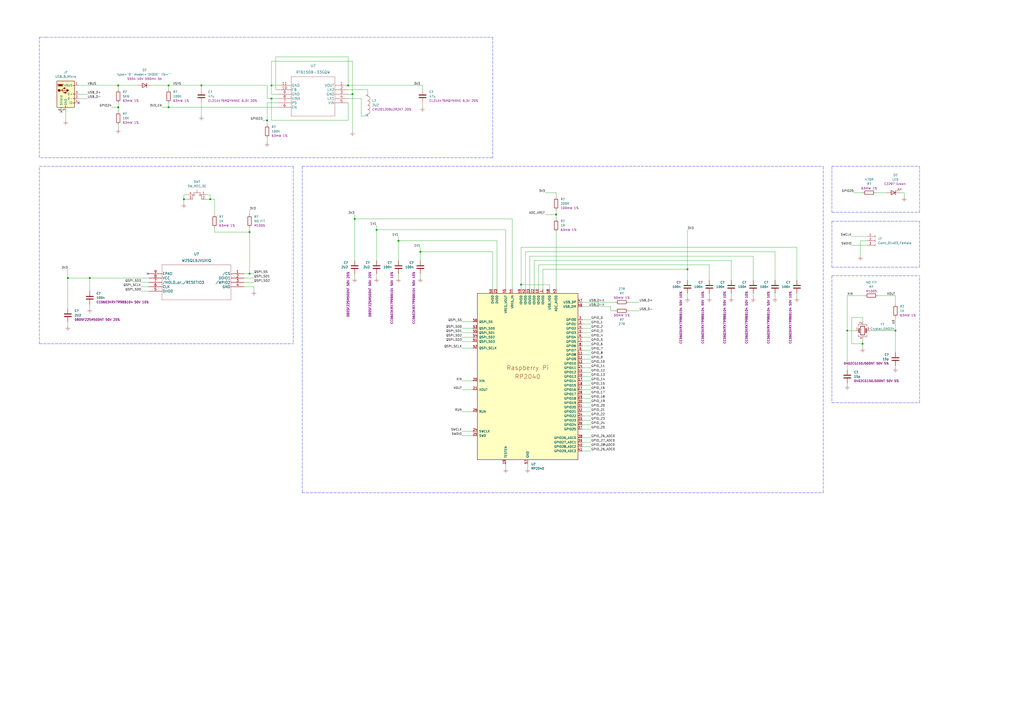
<source format=kicad_sch>
(kicad_sch (version 20211123) (generator eeschema)
  (paper "A2")
  (lib_symbols
    (symbol "Connector:Conn_01x03_Female" (pin_names (offset 1.016) hide)
      (property "Reference" "J" (at 0 5.08 0))
      (property "Value" "Conn_01x03_Female" (at 0 -5.08 0))
      (symbol "Conn_01x03_Female_1_1"
        (arc (start 0 -2.032) (mid -0.508 -2.54) (end 0 -3.048) (stroke (width 0.1524)))
        (polyline (pts (xy -1.27 -2.54) (xy -0.508 -2.54)) (stroke (width 0.1524)))
        (polyline (pts (xy -1.27 0) (xy -0.508 0)) (stroke (width 0.1524)))
        (polyline (pts (xy -1.27 2.54) (xy -0.508 2.54)) (stroke (width 0.1524)))
        (arc (start 0 0.508) (mid -0.508 0) (end 0 -0.508) (stroke (width 0.1524)))
        (arc (start 0 3.048) (mid -0.508 2.54) (end 0 2.032) (stroke (width 0.1524)))
        (pin passive line (at -5.08 2.54 0) (length 3.81) (name "Pin_1") (number "1"))
        (pin passive line (at -5.08 0 0) (length 3.81) (name "Pin_2") (number "2"))
        (pin passive line (at -5.08 -2.54 0) (length 3.81) (name "Pin_3") (number "3"))
      )
    )
    (symbol "Connector:USB_B_Micro" (pin_names (offset 1.016))
      (property "Reference" "J" (at -5.08 11.43 0))
      (property "Value" "USB_B_Micro" (at -5.08 8.89 0))
      (symbol "USB_B_Micro_0_1"
        (rectangle (start -5.08 -7.62) (end 5.08 7.62) (stroke (width 0.254)) (fill (type background)))
        (circle (center -3.81 2.159) (radius 0.635) (stroke (width 0.254)) (fill (type outline)))
        (circle (center -0.635 3.429) (radius 0.381) (stroke (width 0.254)) (fill (type outline)))
        (rectangle (start -0.127 -7.62) (end 0.127 -6.858))
        (polyline (pts (xy -1.905 2.159) (xy 0.635 2.159)) (stroke (width 0.254)))
        (polyline (pts (xy -3.175 2.159) (xy -2.54 2.159) (xy -1.27 3.429) (xy -0.635 3.429)) (stroke (width 0.254)))
        (polyline (pts (xy -2.54 2.159) (xy -1.905 2.159) (xy -1.27 0.889) (xy 0 0.889)) (stroke (width 0.254)))
        (polyline (pts (xy 0.635 2.794) (xy 0.635 1.524) (xy 1.905 2.159) (xy 0.635 2.794)) (stroke (width 0.254)) (fill (type outline)))
        (polyline (pts (xy -4.318 5.588) (xy -1.778 5.588) (xy -2.032 4.826) (xy -4.064 4.826) (xy -4.318 5.588)) (fill (type outline)))
        (polyline (pts (xy -4.699 5.842) (xy -4.699 5.588) (xy -4.445 4.826) (xy -4.445 4.572) (xy -1.651 4.572) (xy -1.651 4.826) (xy -1.397 5.588) (xy -1.397 5.842) (xy -4.699 5.842)))
        (rectangle (start 0.254 1.27) (end -0.508 0.508) (stroke (width 0.254)) (fill (type outline)))
        (rectangle (start 5.08 -5.207) (end 4.318 -4.953))
        (rectangle (start 5.08 -2.667) (end 4.318 -2.413))
        (rectangle (start 5.08 -0.127) (end 4.318 0.127))
        (rectangle (start 5.08 4.953) (end 4.318 5.207))
      )
      (symbol "USB_B_Micro_1_1"
        (pin power_out line (at 7.62 5.08 180) (length 2.54) (name "VBUS") (number "1"))
        (pin bidirectional line (at 7.62 -2.54 180) (length 2.54) (name "D-") (number "2"))
        (pin bidirectional line (at 7.62 0 180) (length 2.54) (name "D+") (number "3"))
        (pin passive line (at 7.62 -5.08 180) (length 2.54) (name "ID") (number "4"))
        (pin power_out line (at 0 -10.16 90) (length 2.54) (name "GND") (number "5"))
        (pin passive line (at -2.54 -10.16 90) (length 2.54) (name "Shield") (number "6"))
      )
    )
    (symbol "Device:C" (pin_numbers hide) (pin_names (offset 0.254))
      (property "Reference" "C" (at 0.635 2.54 0))
      (property "Value" "C" (at 0.635 -2.54 0))
      (symbol "C_0_1"
        (polyline (pts (xy -2.032 -0.762) (xy 2.032 -0.762)) (stroke (width 0.508)))
        (polyline (pts (xy -2.032 0.762) (xy 2.032 0.762)) (stroke (width 0.508)))
      )
      (symbol "C_1_1"
        (pin passive line (at 0 3.81 270) (length 2.794) (name "~") (number "1"))
        (pin passive line (at 0 -3.81 90) (length 2.794) (name "~") (number "2"))
      )
    )
    (symbol "Device:Crystal_GND24" (pin_names (offset 1.016) hide)
      (property "Reference" "Y" (at 3.175 5.08 0))
      (property "Value" "Crystal_GND24" (at 3.175 3.175 0))
      (symbol "Crystal_GND24_0_1"
        (rectangle (start -1.143 2.54) (end 1.143 -2.54) (stroke (width 0.3048)))
        (polyline (pts (xy -2.54 0) (xy -2.032 0)))
        (polyline (pts (xy -2.032 -1.27) (xy -2.032 1.27)) (stroke (width 0.508)))
        (polyline (pts (xy 0 -3.81) (xy 0 -3.556)))
        (polyline (pts (xy 0 3.556) (xy 0 3.81)))
        (polyline (pts (xy 2.032 -1.27) (xy 2.032 1.27)) (stroke (width 0.508)))
        (polyline (pts (xy 2.032 0) (xy 2.54 0)))
        (polyline (pts (xy -2.54 -2.286) (xy -2.54 -3.556) (xy 2.54 -3.556) (xy 2.54 -2.286)))
        (polyline (pts (xy -2.54 2.286) (xy -2.54 3.556) (xy 2.54 3.556) (xy 2.54 2.286)))
      )
      (symbol "Crystal_GND24_1_1"
        (pin passive line (at -3.81 0 0) (length 1.27) (name "1") (number "1"))
        (pin passive line (at 0 5.08 270) (length 1.27) (name "2") (number "2"))
        (pin passive line (at 3.81 0 180) (length 1.27) (name "3") (number "3"))
        (pin passive line (at 0 -5.08 90) (length 1.27) (name "4") (number "4"))
      )
    )
    (symbol "Device:LED" (pin_numbers hide) (pin_names (offset 1.016) hide)
      (property "Reference" "D" (at 0 2.54 0))
      (property "Value" "LED" (at 0 -2.54 0))
      (symbol "LED_0_1"
        (polyline (pts (xy -1.27 -1.27) (xy -1.27 1.27)) (stroke (width 0.254)))
        (polyline (pts (xy -1.27 0) (xy 1.27 0)))
        (polyline (pts (xy 1.27 -1.27) (xy 1.27 1.27) (xy -1.27 0) (xy 1.27 -1.27)) (stroke (width 0.254)))
        (polyline (pts (xy -3.048 -0.762) (xy -4.572 -2.286) (xy -3.81 -2.286) (xy -4.572 -2.286) (xy -4.572 -1.524)))
        (polyline (pts (xy -1.778 -0.762) (xy -3.302 -2.286) (xy -2.54 -2.286) (xy -3.302 -2.286) (xy -3.302 -1.524)))
      )
      (symbol "LED_1_1"
        (pin passive line (at -3.81 0 0) (length 2.54) (name "K") (number "1"))
        (pin passive line (at 3.81 0 180) (length 2.54) (name "A") (number "2"))
      )
    )
    (symbol "Device:R" (pin_numbers hide) (pin_names (offset 0))
      (property "Reference" "R" (at 2.032 0 90))
      (property "Value" "R" (at 0 0 90))
      (symbol "R_0_1"
        (rectangle (start -1.016 -2.54) (end 1.016 2.54) (stroke (width 0.254)))
      )
      (symbol "R_1_1"
        (pin passive line (at 0 3.81 270) (length 1.27) (name "~") (number "1"))
        (pin passive line (at 0 -3.81 90) (length 1.27) (name "~") (number "2"))
      )
    )
    (symbol "RT6150B-33GQW:RT6150B-33GQW" (pin_names (offset 0.254))
      (property "Reference" "U" (at 20.32 10.16 0))
      (property "Value" "RT6150B-33GQW" (at 20.32 7.62 0))
      (symbol "RT6150B-33GQW_1_1"
        (polyline (pts (xy 7.62 -17.78) (xy 33.02 -17.78)) (stroke (width 0.127)))
        (polyline (pts (xy 7.62 5.08) (xy 7.62 -17.78)) (stroke (width 0.127)))
        (polyline (pts (xy 33.02 -17.78) (xy 33.02 5.08)) (stroke (width 0.127)))
        (polyline (pts (xy 33.02 5.08) (xy 7.62 5.08)) (stroke (width 0.127)))
        (pin output line (at 0 0 0) (length 7.62) (name "VOUT") (number "1"))
        (pin input line (at 40.64 -2.54 180) (length 7.62) (name "FB") (number "10"))
        (pin power_in line (at 40.64 0 180) (length 7.62) (name "GND") (number "11"))
        (pin unspecified line (at 0 -2.54 0) (length 7.62) (name "LX2") (number "2"))
        (pin power_in line (at 0 -5.08 0) (length 7.62) (name "GND") (number "3"))
        (pin unspecified line (at 0 -7.62 0) (length 7.62) (name "LX1") (number "4"))
        (pin power_in line (at 0 -10.16 0) (length 7.62) (name "VIN") (number "5"))
        (pin input line (at 40.64 -12.7 180) (length 7.62) (name "EN") (number "6"))
        (pin input line (at 40.64 -10.16 180) (length 7.62) (name "PS") (number "7"))
        (pin input line (at 40.64 -7.62 180) (length 7.62) (name "VINA") (number "8"))
        (pin power_in line (at 40.64 -5.08 180) (length 7.62) (name "GND") (number "9"))
      )
    )
    (symbol "Raspberry Pi Pico:RP2040" (pin_names (offset 1.016))
      (property "Reference" "U" (at -29.21 49.53 0))
      (property "Value" "RP2040" (at 24.13 -49.53 0))
      (symbol "RP2040_0_0"
        (text "Raspberry Pi" (at 0 5.08 0) (effects (font (size 2.54 2.54))))
        (text "RP2040" (at 0 0 0) (effects (font (size 2.54 2.54))))
      )
      (symbol "RP2040_0_1"
        (rectangle (start 29.21 48.26) (end -29.21 -48.26) (stroke (width 0.254)) (fill (type background)))
      )
      (symbol "RP2040_1_1"
        (pin power_in line (at 8.89 50.8 270) (length 2.54) (name "IOVDD") (number "1"))
        (pin power_in line (at 6.35 50.8 270) (length 2.54) (name "IOVDD") (number "10"))
        (pin bidirectional line (at 31.75 12.7 180) (length 2.54) (name "GPIO8") (number "11"))
        (pin bidirectional line (at 31.75 10.16 180) (length 2.54) (name "GPIO9") (number "12"))
        (pin bidirectional line (at 31.75 7.62 180) (length 2.54) (name "GPIO10") (number "13"))
        (pin bidirectional line (at 31.75 5.08 180) (length 2.54) (name "GPIO11") (number "14"))
        (pin bidirectional line (at 31.75 2.54 180) (length 2.54) (name "GPIO12") (number "15"))
        (pin bidirectional line (at 31.75 0 180) (length 2.54) (name "GPIO13") (number "16"))
        (pin bidirectional line (at 31.75 -2.54 180) (length 2.54) (name "GPIO14") (number "17"))
        (pin bidirectional line (at 31.75 -5.08 180) (length 2.54) (name "GPIO15") (number "18"))
        (pin passive line (at -12.7 -50.8 90) (length 2.54) (name "TESTEN") (number "19"))
        (pin bidirectional line (at 31.75 33.02 180) (length 2.54) (name "GPIO0") (number "2"))
        (pin input line (at -31.75 -2.54 0) (length 2.54) (name "XIN") (number "20"))
        (pin passive line (at -31.75 -7.62 0) (length 2.54) (name "XOUT") (number "21"))
        (pin power_in line (at 3.81 50.8 270) (length 2.54) (name "IOVDD") (number "22"))
        (pin power_in line (at -17.78 50.8 270) (length 2.54) (name "DVDD") (number "23"))
        (pin output line (at -31.75 -31.75 0) (length 2.54) (name "SWCLK") (number "24"))
        (pin bidirectional line (at -31.75 -34.29 0) (length 2.54) (name "SWD") (number "25"))
        (pin input line (at -31.75 -20.32 0) (length 2.54) (name "RUN") (number "26"))
        (pin bidirectional line (at 31.75 -7.62 180) (length 2.54) (name "GPIO16") (number "27"))
        (pin bidirectional line (at 31.75 -10.16 180) (length 2.54) (name "GPIO17") (number "28"))
        (pin bidirectional line (at 31.75 -12.7 180) (length 2.54) (name "GPIO18") (number "29"))
        (pin bidirectional line (at 31.75 30.48 180) (length 2.54) (name "GPIO1") (number "3"))
        (pin bidirectional line (at 31.75 -15.24 180) (length 2.54) (name "GPIO19") (number "30"))
        (pin bidirectional line (at 31.75 -17.78 180) (length 2.54) (name "GPIO20") (number "31"))
        (pin bidirectional line (at 31.75 -20.32 180) (length 2.54) (name "GPIO21") (number "32"))
        (pin power_in line (at 1.27 50.8 270) (length 2.54) (name "IOVDD") (number "33"))
        (pin bidirectional line (at 31.75 -22.86 180) (length 2.54) (name "GPIO22") (number "34"))
        (pin bidirectional line (at 31.75 -25.4 180) (length 2.54) (name "GPIO23") (number "35"))
        (pin bidirectional line (at 31.75 -27.94 180) (length 2.54) (name "GPIO24") (number "36"))
        (pin bidirectional line (at 31.75 -30.48 180) (length 2.54) (name "GPIO25") (number "37"))
        (pin bidirectional line (at 31.75 -35.56 180) (length 2.54) (name "GPIO26_ADC0") (number "38"))
        (pin bidirectional line (at 31.75 -38.1 180) (length 2.54) (name "GPIO27_ADC1") (number "39"))
        (pin bidirectional line (at 31.75 27.94 180) (length 2.54) (name "GPIO2") (number "4"))
        (pin bidirectional line (at 31.75 -40.64 180) (length 2.54) (name "GPIO28_ADC2") (number "40"))
        (pin bidirectional line (at 31.75 -43.18 180) (length 2.54) (name "GPIO29_ADC3") (number "41"))
        (pin power_in line (at -1.27 50.8 270) (length 2.54) (name "IOVDD") (number "42"))
        (pin power_in line (at 16.51 50.8 270) (length 2.54) (name "ADC_AVDD") (number "43"))
        (pin power_in line (at -8.89 50.8 270) (length 2.54) (name "VREG_IN") (number "44"))
        (pin power_out line (at -12.7 50.8 270) (length 2.54) (name "VREG_VOUT") (number "45"))
        (pin bidirectional line (at 31.75 40.64 180) (length 2.54) (name "USB_DM") (number "46"))
        (pin bidirectional line (at 31.75 43.18 180) (length 2.54) (name "USB_DP") (number "47"))
        (pin power_in line (at 12.7 50.8 270) (length 2.54) (name "USB_VDD") (number "48"))
        (pin power_in line (at -3.81 50.8 270) (length 2.54) (name "IOVDD") (number "49"))
        (pin bidirectional line (at 31.75 25.4 180) (length 2.54) (name "GPIO3") (number "5"))
        (pin power_in line (at -20.32 50.8 270) (length 2.54) (name "DVDD") (number "50"))
        (pin bidirectional line (at -31.75 20.32 0) (length 2.54) (name "QSPI_SD3") (number "51"))
        (pin output line (at -31.75 16.51 0) (length 2.54) (name "QSPI_SCLK") (number "52"))
        (pin bidirectional line (at -31.75 27.94 0) (length 2.54) (name "QSPI_SD0") (number "53"))
        (pin bidirectional line (at -31.75 22.86 0) (length 2.54) (name "QSPI_SD2") (number "54"))
        (pin bidirectional line (at -31.75 25.4 0) (length 2.54) (name "QSPI_SD1") (number "55"))
        (pin bidirectional line (at -31.75 31.75 0) (length 2.54) (name "QSPI_SS") (number "56"))
        (pin power_in line (at 0 -50.8 90) (length 2.54) (name "GND") (number "57"))
        (pin bidirectional line (at 31.75 22.86 180) (length 2.54) (name "GPIO4") (number "6"))
        (pin bidirectional line (at 31.75 20.32 180) (length 2.54) (name "GPIO5") (number "7"))
        (pin bidirectional line (at 31.75 17.78 180) (length 2.54) (name "GPIO6") (number "8"))
        (pin bidirectional line (at 31.75 15.24 180) (length 2.54) (name "GPIO7") (number "9"))
      )
    )
    (symbol "Simulation_SPICE:DIODE" (pin_numbers hide) (pin_names (offset 1.016) hide)
      (property "Reference" "D" (at 0 2.54 0))
      (property "Value" "DIODE" (at 0 -2.54 0))
      (symbol "DIODE_0_1"
        (polyline (pts (xy 1.27 0) (xy -1.27 0)))
        (polyline (pts (xy 1.27 1.27) (xy 1.27 -1.27)) (stroke (width 0.254)))
        (polyline (pts (xy -1.27 -1.27) (xy -1.27 1.27) (xy 1.27 0) (xy -1.27 -1.27)) (stroke (width 0.254)))
      )
      (symbol "DIODE_1_1"
        (pin passive line (at -3.81 0 0) (length 2.54) (name "A") (number "1"))
        (pin passive line (at 3.81 0 180) (length 2.54) (name "K") (number "2"))
      )
    )
    (symbol "Switch:SW_MEC_5E" (pin_names (offset 1.016) hide)
      (property "Reference" "SW" (at 0.635 5.715 0))
      (property "Value" "SW_MEC_5E" (at 0 -3.175 0))
      (symbol "SW_MEC_5E_0_1"
        (circle (center -1.778 2.54) (radius 0.508))
        (polyline (pts (xy -2.286 3.81) (xy 2.286 3.81)))
        (polyline (pts (xy 0 3.81) (xy 0 5.588)))
        (polyline (pts (xy -2.54 0) (xy -2.54 2.54) (xy -2.286 2.54)))
        (polyline (pts (xy 2.54 0) (xy 2.54 2.54) (xy 2.286 2.54)))
        (circle (center 1.778 2.54) (radius 0.508))
        (pin passive line (at -5.08 2.54 0) (length 2.54) (name "1") (number "1"))
        (pin passive line (at -5.08 0 0) (length 2.54) (name "2") (number "2"))
        (pin passive line (at 5.08 0 180) (length 2.54) (name "K") (number "3"))
        (pin passive line (at 5.08 2.54 180) (length 2.54) (name "A") (number "4"))
      )
    )
    (symbol "power:Earth" (power) (pin_names (offset 0))
      (symbol "Earth_0_1"
        (polyline (pts (xy -0.635 -1.905) (xy 0.635 -1.905)))
        (polyline (pts (xy -0.127 -2.54) (xy 0.127 -2.54)))
        (polyline (pts (xy 0 -1.27) (xy 0 0)))
        (polyline (pts (xy 1.27 -1.27) (xy -1.27 -1.27)))
      )
      (symbol "Earth_1_1"
        (pin power_in line (at 0 0 270) (length 0) hide (name "Earth") (number "1"))
      )
    )
    (symbol "pspice:INDUCTOR" (pin_numbers hide) (pin_names (offset 0))
      (property "Reference" "L" (at 0 2.54 0))
      (property "Value" "INDUCTOR" (at 0 -1.27 0))
      (symbol "INDUCTOR_0_1"
        (arc (start -2.54 0) (mid -3.81 1.27) (end -5.08 0))
        (arc (start 0 0) (mid -1.27 1.27) (end -2.54 0))
        (arc (start 2.54 0) (mid 1.27 1.27) (end 0 0))
        (arc (start 5.08 0) (mid 3.81 1.27) (end 2.54 0))
      )
      (symbol "INDUCTOR_1_1"
        (pin input line (at -6.35 0 0) (length 1.27) (name "1") (number "1"))
        (pin input line (at 6.35 0 180) (length 1.27) (name "2") (number "2"))
      )
    )
    (symbol "w25q16jvuxiq:W25Q16JVUXIQ" (pin_names (offset 0.254))
      (property "Reference" "U" (at 27.305 10.16 0))
      (property "Value" "W25Q16JVUXIQ" (at 27.305 7.62 0))
      (symbol "W25Q16JVUXIQ_1_1"
        (polyline (pts (xy 7.62 -15.24) (xy 47.625 -15.24)) (stroke (width 0.127)))
        (polyline (pts (xy 7.62 5.08) (xy 7.62 -15.24)) (stroke (width 0.127)))
        (polyline (pts (xy 47.625 -15.24) (xy 47.625 5.08)) (stroke (width 0.127)))
        (polyline (pts (xy 47.625 5.08) (xy 7.62 5.08)) (stroke (width 0.127)))
        (pin unspecified line (at 0 0 0) (length 7.62) (name "/CS") (number "1"))
        (pin unspecified line (at 0 -2.54 0) (length 7.62) (name "DOIO1") (number "2"))
        (pin unspecified line (at 0 -5.08 0) (length 7.62) (name "/WPIO2") (number "3"))
        (pin unspecified line (at 0 -7.62 0) (length 7.62) (name "GND") (number "4"))
        (pin unspecified line (at 55.245 -10.16 180) (length 7.62) (name "DIIO0") (number "5"))
        (pin unspecified line (at 55.245 -7.62 180) (length 7.62) (name "CLK") (number "6"))
        (pin unspecified line (at 55.245 -5.08 180) (length 7.62) (name "/HOLD_or_/RESETIO3") (number "7"))
        (pin unspecified line (at 55.245 -2.54 180) (length 7.62) (name "VCC") (number "8"))
        (pin unspecified line (at 55.245 0 180) (length 7.62) (name "EPAD") (number "9"))
      )
    )
  )
  (junction (at 302.26 165.1))
  (junction (at 97.79 49.53))
  (junction (at 144.78 158.75))
  (junction (at 52.07 161.29))
  (junction (at 201.93 49.53))
  (junction (at 68.58 62.23))
  (junction (at 519.43 191.77))
  (junction (at 121.92 115.57))
  (junction (at 205.74 127))
  (junction (at 204.47 54.61))
  (junction (at 39.37 161.29))
  (junction (at 243.84 146.05))
  (junction (at 322.58 124.46))
  (junction (at 398.78 156.21))
  (junction (at 500.38 199.39))
  (junction (at 97.79 62.23))
  (junction (at 231.14 139.7))
  (junction (at 154.94 69.85))
  (junction (at 116.84 49.53))
  (junction (at 157.48 49.53))
  (junction (at 157.48 57.15))
  (junction (at 144.78 134.62))
  (junction (at 491.49 191.77))
  (junction (at 68.58 49.53))
  (junction (at 106.68 115.57))
  (junction (at 218.44 133.35))
  (no_connect (at 35.56 64.77))
  (no_connect (at 85.725 158.75))
  (no_connect (at 45.72 59.69))
  (wire (pts (xy 205.74 127) (xy 297.18 127)))
  (wire (pts (xy 213.36 54.61) (xy 213.36 52.07)))
  (wire (pts (xy 337.82 220.98) (xy 342.9 220.98)))
  (polyline (pts (xy 22.86 199.39) (xy 170.18 199.39)))
  (polyline (pts (xy 285.75 21.59) (xy 285.75 91.44)))
  (wire (pts (xy 106.68 113.03) (xy 106.68 115.57)))
  (wire (pts (xy 267.97 252.73) (xy 274.32 252.73)))
  (wire (pts (xy 147.32 166.37) (xy 141.605 166.37)))
  (wire (pts (xy 205.74 127) (xy 205.74 151.13)))
  (polyline (pts (xy 22.86 96.52) (xy 170.18 96.52)))
  (wire (pts (xy 267.97 238.76) (xy 274.32 238.76)))
  (wire (pts (xy 267.97 193.04) (xy 274.32 193.04)))
  (wire (pts (xy 302.26 143.51) (xy 302.26 165.1)))
  (wire (pts (xy 314.96 167.64) (xy 314.96 156.21)))
  (wire (pts (xy 52.07 161.29) (xy 86.36 161.29)))
  (wire (pts (xy 337.82 190.5) (xy 342.9 190.5)))
  (wire (pts (xy 121.92 115.57) (xy 119.38 115.57)))
  (wire (pts (xy 337.82 185.42) (xy 342.9 185.42)))
  (wire (pts (xy 267.97 201.93) (xy 274.32 201.93)))
  (wire (pts (xy 309.88 151.13) (xy 309.88 167.64)))
  (wire (pts (xy 218.44 133.35) (xy 293.37 133.35)))
  (wire (pts (xy 161.29 54.61) (xy 157.48 54.61)))
  (polyline (pts (xy 175.26 96.52) (xy 477.52 96.52)))
  (wire (pts (xy 411.48 153.67) (xy 411.48 162.56)))
  (wire (pts (xy 337.82 238.76) (xy 342.9 238.76)))
  (wire (pts (xy 141.605 161.29) (xy 147.32 161.29)))
  (wire (pts (xy 141.605 163.83) (xy 147.32 163.83)))
  (polyline (pts (xy 22.86 21.59) (xy 26.67 21.59)))
  (wire (pts (xy 68.58 52.07) (xy 68.58 49.53)))
  (polyline (pts (xy 482.6 154.94) (xy 533.4 154.94)))
  (wire (pts (xy 231.14 139.7) (xy 231.14 151.13)))
  (wire (pts (xy 157.48 57.15) (xy 154.94 57.15)))
  (wire (pts (xy 312.42 153.67) (xy 411.48 153.67)))
  (wire (pts (xy 337.82 228.6) (xy 342.9 228.6)))
  (wire (pts (xy 68.58 59.69) (xy 68.58 62.23)))
  (wire (pts (xy 154.94 69.85) (xy 154.94 59.69)))
  (wire (pts (xy 121.92 113.03) (xy 121.92 115.57)))
  (wire (pts (xy 500.38 184.15) (xy 494.03 184.15)))
  (wire (pts (xy 68.58 62.23) (xy 68.58 64.77)))
  (wire (pts (xy 322.58 124.46) (xy 322.58 127)))
  (wire (pts (xy 500.38 186.69) (xy 500.38 184.15)))
  (wire (pts (xy 160.02 33.02) (xy 160.02 52.07)))
  (wire (pts (xy 201.93 33.02) (xy 201.93 49.53)))
  (wire (pts (xy 231.14 161.29) (xy 231.14 158.75)))
  (wire (pts (xy 201.93 49.53) (xy 245.11 49.53)))
  (wire (pts (xy 116.84 59.69) (xy 116.84 67.31)))
  (wire (pts (xy 500.38 201.93) (xy 500.38 199.39)))
  (wire (pts (xy 302.26 165.1) (xy 318.77 165.1)))
  (wire (pts (xy 491.49 223.52) (xy 491.49 222.25)))
  (wire (pts (xy 157.48 69.85) (xy 201.93 69.85)))
  (wire (pts (xy 449.58 146.05) (xy 304.8 146.05)))
  (wire (pts (xy 201.93 54.61) (xy 204.47 54.61)))
  (wire (pts (xy 364.49 180.34) (xy 370.84 180.34)))
  (wire (pts (xy 307.34 167.64) (xy 307.34 148.59)))
  (wire (pts (xy 209.55 67.31) (xy 213.36 67.31)))
  (wire (pts (xy 157.48 35.56) (xy 204.47 35.56)))
  (wire (pts (xy 424.18 151.13) (xy 309.88 151.13)))
  (polyline (pts (xy 482.6 160.02) (xy 482.6 233.68)))
  (wire (pts (xy 81.915 168.91) (xy 86.36 168.91)))
  (wire (pts (xy 307.34 148.59) (xy 436.88 148.59)))
  (polyline (pts (xy 533.4 154.94) (xy 533.4 128.27)))
  (wire (pts (xy 496.57 191.77) (xy 491.49 191.77)))
  (wire (pts (xy 147.32 168.91) (xy 147.32 166.37)))
  (wire (pts (xy 337.82 233.68) (xy 342.9 233.68)))
  (wire (pts (xy 267.97 220.98) (xy 274.32 220.98)))
  (polyline (pts (xy 482.6 128.27) (xy 482.6 154.94)))
  (wire (pts (xy 45.72 49.53) (xy 68.58 49.53)))
  (wire (pts (xy 218.44 133.35) (xy 218.44 151.13)))
  (wire (pts (xy 337.82 246.38) (xy 342.9 246.38)))
  (wire (pts (xy 285.75 146.05) (xy 243.84 146.05)))
  (wire (pts (xy 205.74 158.75) (xy 205.74 161.29)))
  (wire (pts (xy 354.33 177.8) (xy 354.33 180.34)))
  (wire (pts (xy 499.11 139.7) (xy 502.92 139.7)))
  (wire (pts (xy 154.94 49.53) (xy 154.94 57.15)))
  (polyline (pts (xy 477.52 285.75) (xy 477.52 96.52)))
  (wire (pts (xy 524.51 111.76) (xy 521.97 111.76)))
  (wire (pts (xy 93.98 62.23) (xy 97.79 62.23)))
  (wire (pts (xy 231.14 139.7) (xy 288.29 139.7)))
  (wire (pts (xy 337.82 226.06) (xy 342.9 226.06)))
  (wire (pts (xy 337.82 203.2) (xy 342.9 203.2)))
  (polyline (pts (xy 170.18 96.52) (xy 170.18 199.39)))
  (wire (pts (xy 97.79 62.23) (xy 97.79 59.69)))
  (polyline (pts (xy 22.86 91.44) (xy 22.86 21.59)))
  (wire (pts (xy 68.58 49.53) (xy 80.01 49.53)))
  (wire (pts (xy 491.49 171.45) (xy 501.65 171.45)))
  (wire (pts (xy 316.23 124.46) (xy 322.58 124.46)))
  (wire (pts (xy 81.915 166.37) (xy 86.36 166.37)))
  (wire (pts (xy 39.37 186.69) (xy 39.37 189.23)))
  (wire (pts (xy 124.46 134.62) (xy 124.46 132.08)))
  (wire (pts (xy 39.37 161.29) (xy 52.07 161.29)))
  (wire (pts (xy 68.58 62.23) (xy 64.77 62.23)))
  (polyline (pts (xy 22.86 199.39) (xy 22.86 96.52)))
  (wire (pts (xy 144.78 134.62) (xy 124.46 134.62)))
  (wire (pts (xy 154.94 59.69) (xy 161.29 59.69)))
  (wire (pts (xy 154.94 80.01) (xy 154.94 82.55)))
  (polyline (pts (xy 482.6 160.02) (xy 533.4 160.02)))
  (wire (pts (xy 144.78 134.62) (xy 144.78 158.75)))
  (wire (pts (xy 462.28 172.72) (xy 462.28 170.18)))
  (wire (pts (xy 354.33 180.34) (xy 356.87 180.34)))
  (wire (pts (xy 337.82 213.36) (xy 342.9 213.36)))
  (wire (pts (xy 524.51 114.3) (xy 524.51 111.76)))
  (wire (pts (xy 424.18 162.56) (xy 424.18 151.13)))
  (wire (pts (xy 243.84 143.51) (xy 243.84 146.05)))
  (polyline (pts (xy 175.26 285.75) (xy 477.52 285.75)))
  (wire (pts (xy 494.03 137.16) (xy 502.92 137.16)))
  (wire (pts (xy 312.42 167.64) (xy 312.42 153.67)))
  (wire (pts (xy 218.44 130.81) (xy 218.44 133.35)))
  (wire (pts (xy 116.84 49.53) (xy 116.84 52.07)))
  (wire (pts (xy 157.48 49.53) (xy 161.29 49.53)))
  (wire (pts (xy 213.36 52.07) (xy 201.93 52.07)))
  (wire (pts (xy 337.82 261.62) (xy 342.9 261.62)))
  (wire (pts (xy 154.94 69.85) (xy 154.94 72.39)))
  (wire (pts (xy 499.11 139.7) (xy 499.11 148.59)))
  (wire (pts (xy 337.82 215.9) (xy 342.9 215.9)))
  (wire (pts (xy 337.82 236.22) (xy 342.9 236.22)))
  (wire (pts (xy 144.78 121.92) (xy 144.78 124.46)))
  (wire (pts (xy 398.78 172.72) (xy 398.78 170.18)))
  (polyline (pts (xy 482.6 233.68) (xy 533.4 233.68)))
  (wire (pts (xy 45.72 57.15) (xy 50.8 57.15)))
  (wire (pts (xy 314.96 156.21) (xy 398.78 156.21)))
  (wire (pts (xy 337.82 195.58) (xy 342.9 195.58)))
  (wire (pts (xy 519.43 213.36) (xy 519.43 212.09)))
  (wire (pts (xy 337.82 243.84) (xy 342.9 243.84)))
  (wire (pts (xy 124.46 115.57) (xy 121.92 115.57)))
  (wire (pts (xy 68.58 72.39) (xy 68.58 74.93)))
  (wire (pts (xy 519.43 191.77) (xy 519.43 184.15)))
  (wire (pts (xy 500.38 196.85) (xy 500.38 199.39)))
  (wire (pts (xy 337.82 241.3) (xy 342.9 241.3)))
  (wire (pts (xy 504.19 191.77) (xy 519.43 191.77)))
  (wire (pts (xy 106.68 115.57) (xy 109.22 115.57)))
  (wire (pts (xy 38.1 64.77) (xy 38.1 69.85)))
  (wire (pts (xy 337.82 193.04) (xy 342.9 193.04)))
  (wire (pts (xy 119.38 113.03) (xy 121.92 113.03)))
  (wire (pts (xy 288.29 139.7) (xy 288.29 167.64)))
  (polyline (pts (xy 533.4 123.19) (xy 533.4 96.52)))
  (polyline (pts (xy 175.26 96.52) (xy 175.26 285.75)))
  (wire (pts (xy 144.78 132.08) (xy 144.78 134.62)))
  (wire (pts (xy 519.43 176.53) (xy 519.43 171.45)))
  (wire (pts (xy 39.37 156.21) (xy 39.37 161.29)))
  (wire (pts (xy 337.82 205.74) (xy 342.9 205.74)))
  (wire (pts (xy 337.82 187.96) (xy 342.9 187.96)))
  (wire (pts (xy 160.02 33.02) (xy 201.93 33.02)))
  (polyline (pts (xy 26.67 21.59) (xy 285.75 21.59)))
  (wire (pts (xy 337.82 177.8) (xy 354.33 177.8)))
  (wire (pts (xy 205.74 124.46) (xy 205.74 127)))
  (wire (pts (xy 267.97 190.5) (xy 274.32 190.5)))
  (wire (pts (xy 322.58 111.76) (xy 322.58 114.3)))
  (wire (pts (xy 267.97 186.69) (xy 274.32 186.69)))
  (wire (pts (xy 519.43 171.45) (xy 509.27 171.45)))
  (wire (pts (xy 436.88 148.59) (xy 436.88 162.56)))
  (polyline (pts (xy 482.6 123.19) (xy 533.4 123.19)))
  (wire (pts (xy 318.77 165.1) (xy 318.77 167.64)))
  (wire (pts (xy 144.78 158.75) (xy 147.32 158.75)))
  (wire (pts (xy 201.93 69.85) (xy 201.93 59.69)))
  (wire (pts (xy 449.58 162.56) (xy 449.58 146.05)))
  (wire (pts (xy 398.78 133.35) (xy 398.78 156.21)))
  (wire (pts (xy 52.07 161.29) (xy 52.07 168.91)))
  (wire (pts (xy 302.26 167.64) (xy 302.26 165.1)))
  (wire (pts (xy 85.725 158.75) (xy 86.36 158.75)))
  (wire (pts (xy 231.14 137.16) (xy 231.14 139.7)))
  (wire (pts (xy 491.49 191.77) (xy 491.49 214.63)))
  (wire (pts (xy 337.82 256.54) (xy 342.9 256.54)))
  (wire (pts (xy 106.68 118.11) (xy 106.68 115.57)))
  (wire (pts (xy 494.03 142.24) (xy 502.92 142.24)))
  (wire (pts (xy 81.915 163.83) (xy 86.36 163.83)))
  (wire (pts (xy 285.75 167.64) (xy 285.75 146.05)))
  (wire (pts (xy 209.55 57.15) (xy 209.55 67.31)))
  (wire (pts (xy 141.605 158.75) (xy 144.78 158.75)))
  (wire (pts (xy 436.88 172.72) (xy 436.88 170.18)))
  (wire (pts (xy 491.49 191.77) (xy 491.49 171.45)))
  (wire (pts (xy 160.02 52.07) (xy 161.29 52.07)))
  (wire (pts (xy 462.28 162.56) (xy 462.28 143.51)))
  (wire (pts (xy 243.84 161.29) (xy 243.84 158.75)))
  (wire (pts (xy 449.58 172.72) (xy 449.58 170.18)))
  (wire (pts (xy 201.93 57.15) (xy 209.55 57.15)))
  (wire (pts (xy 267.97 198.12) (xy 274.32 198.12)))
  (polyline (pts (xy 482.6 96.52) (xy 482.6 123.19)))
  (wire (pts (xy 337.82 231.14) (xy 342.9 231.14)))
  (wire (pts (xy 337.82 175.26) (xy 356.87 175.26)))
  (wire (pts (xy 267.97 195.58) (xy 274.32 195.58)))
  (wire (pts (xy 161.29 57.15) (xy 157.48 57.15)))
  (wire (pts (xy 494.03 184.15) (xy 494.03 199.39)))
  (wire (pts (xy 109.22 113.03) (xy 106.68 113.03)))
  (wire (pts (xy 364.49 175.26) (xy 370.84 175.26)))
  (wire (pts (xy 267.97 226.06) (xy 274.32 226.06)))
  (wire (pts (xy 152.4 69.85) (xy 154.94 69.85)))
  (wire (pts (xy 337.82 223.52) (xy 342.9 223.52)))
  (wire (pts (xy 337.82 259.08) (xy 342.9 259.08)))
  (wire (pts (xy 97.79 52.07) (xy 97.79 49.53)))
  (wire (pts (xy 97.79 62.23) (xy 161.29 62.23)))
  (wire (pts (xy 116.84 49.53) (xy 154.94 49.53)))
  (wire (pts (xy 462.28 143.51) (xy 302.26 143.51)))
  (polyline (pts (xy 482.6 96.52) (xy 533.4 96.52)))
  (wire (pts (xy 494.03 199.39) (xy 500.38 199.39)))
  (wire (pts (xy 304.8 146.05) (xy 304.8 167.64)))
  (wire (pts (xy 45.72 54.61) (xy 50.8 54.61)))
  (wire (pts (xy 39.37 179.07) (xy 39.37 161.29)))
  (wire (pts (xy 337.82 198.12) (xy 342.9 198.12)))
  (polyline (pts (xy 285.75 91.44) (xy 22.86 91.44)))
  (wire (pts (xy 204.47 54.61) (xy 204.47 76.2)))
  (wire (pts (xy 97.79 49.53) (xy 116.84 49.53)))
  (polyline (pts (xy 533.4 233.68) (xy 533.4 160.02)))
  (wire (pts (xy 337.82 218.44) (xy 342.9 218.44)))
  (polyline (pts (xy 482.6 128.27) (xy 533.4 128.27)))
  (wire (pts (xy 52.07 176.53) (xy 52.07 179.07)))
  (wire (pts (xy 411.48 172.72) (xy 411.48 170.18)))
  (wire (pts (xy 267.97 250.19) (xy 274.32 250.19)))
  (wire (pts (xy 306.07 271.78) (xy 306.07 269.24)))
  (wire (pts (xy 297.18 127) (xy 297.18 167.64)))
  (wire (pts (xy 495.3 111.76) (xy 500.38 111.76)))
  (wire (pts (xy 243.84 146.05) (xy 243.84 151.13)))
  (wire (pts (xy 337.82 254) (xy 342.9 254)))
  (wire (pts (xy 245.11 49.53) (xy 245.11 52.07)))
  (wire (pts (xy 218.44 158.75) (xy 218.44 161.29)))
  (wire (pts (xy 322.58 121.92) (xy 322.58 124.46)))
  (wire (pts (xy 337.82 210.82) (xy 342.9 210.82)))
  (wire (pts (xy 293.37 133.35) (xy 293.37 167.64)))
  (wire (pts (xy 508 111.76) (xy 514.35 111.76)))
  (wire (pts (xy 124.46 124.46) (xy 124.46 115.57)))
  (wire (pts (xy 398.78 156.21) (xy 398.78 162.56)))
  (wire (pts (xy 337.82 200.66) (xy 342.9 200.66)))
  (wire (pts (xy 97.79 49.53) (xy 87.63 49.53)))
  (wire (pts (xy 204.47 35.56) (xy 204.47 54.61)))
  (wire (pts (xy 245.11 59.69) (xy 245.11 62.23)))
  (wire (pts (xy 293.37 271.78) (xy 293.37 269.24)))
  (wire (pts (xy 316.23 111.76) (xy 322.58 111.76)))
  (wire (pts (xy 424.18 172.72) (xy 424.18 170.18)))
  (wire (pts (xy 157.48 49.53) (xy 157.48 54.61)))
  (wire (pts (xy 157.48 35.56) (xy 157.48 49.53)))
  (wire (pts (xy 519.43 204.47) (xy 519.43 191.77)))
  (wire (pts (xy 337.82 248.92) (xy 342.9 248.92)))
  (wire (pts (xy 322.58 134.62) (xy 322.58 167.64)))
  (wire (pts (xy 337.82 208.28) (xy 342.9 208.28)))
  (wire (pts (xy 157.48 57.15) (xy 157.48 69.85)))
  (label "3V3_EN" (at 93.98 62.23 180))
  (label "GPIO_12" (at 342.9 215.9 0))
  (label "GPIO_26_ADC0" (at 342.9 261.62 0))
  (label "3V3" (at 316.23 111.76 180))
  (label "XOUT" (at 267.97 226.06 180))
  (label "QSPI_SS" (at 147.32 158.75 0))
  (label "GPIO_3" (at 342.9 193.04 0))
  (label "GPIO_0" (at 342.9 185.42 0))
  (label "SWCLK" (at 267.97 250.19 180))
  (label "1V1" (at 218.44 130.81 180))
  (label "QSPI_SD1" (at 267.97 193.04 180))
  (label "GPIO_8" (at 342.9 205.74 0))
  (label "GPIO_19" (at 342.9 233.68 0))
  (label "GPIO_24" (at 342.9 246.38 0))
  (label "GPIO_10" (at 342.9 210.82 0))
  (label "QSPI_SD0" (at 81.915 168.91 180))
  (label "GPIO_25" (at 342.9 248.92 0))
  (label "GPIO_14" (at 342.9 220.98 0))
  (label "GPIO_7" (at 342.9 203.2 0))
  (label "GPIO_6" (at 342.9 200.66 0))
  (label "GPIO_11" (at 342.9 213.36 0))
  (label "GPIO_23" (at 342.9 243.84 0))
  (label "GPIO_22" (at 342.9 241.3 0))
  (label "3V3" (at 398.78 133.35 0))
  (label "USB_D-" (at 370.84 180.34 0))
  (label "SWDIO" (at 267.97 252.73 180))
  (label "GPIO_27_ADC0" (at 342.9 256.54 0))
  (label "GPIO_17" (at 342.9 228.6 0))
  (label "GPIO_5" (at 342.9 198.12 0))
  (label "GPIO_18" (at 342.9 231.14 0))
  (label "SWDIO" (at 494.03 142.24 180))
  (label "3V3" (at 205.74 124.46 180))
  (label "XR" (at 519.43 185.42 270))
  (label "GPIO_9" (at 342.9 208.28 0))
  (label "GPIO23" (at 152.4 69.85 180))
  (label "GPIO_26_ADC0" (at 342.9 254 0))
  (label "ADC_VREF" (at 316.23 124.46 180))
  (label "USB_D+X" (at 341.63 175.26 0))
  (label "GPIO_28\\ADC0" (at 342.9 259.08 0))
  (label "1V1" (at 243.84 143.51 180))
  (label "3V3" (at 39.37 156.21 180))
  (label "GPIO_20" (at 342.9 236.22 0))
  (label "GPIO_4" (at 342.9 195.58 0))
  (label "USB_D-" (at 50.8 57.15 0))
  (label "VSYS" (at 100.33 49.53 0))
  (label "USB_D+" (at 50.8 54.61 0))
  (label "XOUT" (at 519.43 171.45 180))
  (label "QSPI_SD3" (at 267.97 198.12 180))
  (label "GPIO25" (at 495.3 111.76 180))
  (label "QSPI_SD3" (at 81.915 163.83 180))
  (label "QSPI_SCLK" (at 267.97 201.93 180))
  (label "QSPI_SS" (at 267.97 186.69 180))
  (label "XIN" (at 491.49 171.45 0))
  (label "3V3" (at 144.78 121.92 0))
  (label "RUN" (at 267.97 238.76 180))
  (label "GPIO_2" (at 342.9 190.5 0))
  (label "XIN" (at 267.97 220.98 180))
  (label "QSPI_SD1" (at 147.32 161.29 0))
  (label "VBUS" (at 50.8 49.53 0))
  (label "GPIO24" (at 64.77 62.23 180))
  (label "GPIO_1" (at 342.9 187.96 0))
  (label "GPIO_15" (at 342.9 223.52 0))
  (label "USB_D+" (at 370.84 175.26 0))
  (label "QSPI_SCLK" (at 81.915 166.37 180))
  (label "USB_D-X" (at 341.63 177.8 0))
  (label "3V3" (at 240.03 49.53 0))
  (label "SWCLK" (at 494.03 137.16 180))
  (label "GPIO_16" (at 342.9 226.06 0))
  (label "QSPI_SD2" (at 267.97 195.58 180))
  (label "GPIO_21" (at 342.9 238.76 0))
  (label "1V1" (at 231.14 137.16 180))
  (label "QSPI_SD2" (at 147.32 163.83 0))
  (label "QSPI_SD0" (at 267.97 190.5 180))
  (label "GPIO_13" (at 342.9 218.44 0))
  (symbol (lib_id "RT6150B-33GQW:RT6150B-33GQW") (at 201.93 49.53 0) (mirror y) (unit 1)
    (property "Reference" "U?" (at 181.61 38.1 0) (effects (font (size 1.524 1.524))))
    (property "Value" "RT6150B-33GQW" (at 181.61 41.91 0) (effects (font (size 1.524 1.524))))
    (property "Footprint" "10-WFDFN-EP_RIT" (effects hide))
  )
  (symbol (lib_id "Device:LED") (at 518.16 111.76 180) (unit 1)
    (property "Reference" "D?" (at 519.43 101.6 0))
    (property "Value" "LED" (at 519.43 104.14 0))
    (property "Info" "C2297 Green" (at 519.1125 106.68 0))
  )
  (symbol (lib_id "Device:C") (at 436.88 166.37 0) (unit 1)
    (property "Reference" "C?" (at 433.07 163.83 0) (effects (justify right)))
    (property "Value" "100n" (at 433.07 166.37 0) (effects (justify right)))
    (property "Info" "CC0603KRX7R9BB104 50V 10%" (at 433.07 168.91 90) (effects (justify right)))
  )
  (symbol (lib_id "Simulation_SPICE:DIODE") (at 83.82 49.53 0) (unit 1)
    (property "Reference" "D?" (at 83.82 40.64 0))
    (property "Value" "DIODE" (at 83.82 43.18 0))
    (property "Spice_Netlist_Enabled" "Y" (effects hide))
    (property "Spice_Primitive" "D" (effects hide))
    (property "Info" "SS54 40V 550mV 5A" (at 83.82 45.72 0))
  )
  (symbol (lib_id "power:Earth") (at 293.37 271.78 0) (unit 1)
    (property "Reference" "#PWR?" (effects hide))
    (property "Value" "Earth" (effects hide))
  )
  (symbol (lib_id "Device:C") (at 398.78 166.37 0) (unit 1)
    (property "Reference" "C?" (at 394.97 163.83 0) (effects (justify right)))
    (property "Value" "100n" (at 394.97 166.37 0) (effects (justify right)))
    (property "Info" "CC0603KRX7R9BB104 50V 10%" (at 394.97 168.91 90) (effects (justify right)))
  )
  (symbol (lib_id "Device:R") (at 68.58 55.88 0) (unit 1)
    (property "Reference" "R?" (at 71.12 53.34 0) (effects (justify left)))
    (property "Value" "5K6" (at 71.12 55.88 0) (effects (justify left)))
    (property "Info" "63mW 1%" (at 71.12 58.4201 0) (effects (justify left)))
  )
  (symbol (lib_id "power:Earth") (at 499.11 148.59 0) (unit 1)
    (property "Reference" "#PWR?" (effects hide))
    (property "Value" "Earth" (effects hide))
  )
  (symbol (lib_id "Device:C") (at 231.14 154.94 0) (unit 1)
    (property "Reference" "C?" (at 227.33 152.4 0) (effects (justify right)))
    (property "Value" "100n" (at 227.33 154.94 0) (effects (justify right)))
    (property "Info" "CC0603KRX7R9BB104 50V 10%" (at 227.33 157.48 90) (effects (justify right)))
  )
  (symbol (lib_id "Device:C") (at 39.37 182.88 0) (unit 1)
    (property "Reference" "C?" (at 43.18 180.3399 0) (effects (justify left)))
    (property "Value" "2U2" (at 43.18 182.8799 0) (effects (justify left)))
    (property "Info" "0805F225M500NT 50V 20%" (at 43.18 185.4199 0) (effects (justify left)))
  )
  (symbol (lib_id "Device:R") (at 97.79 55.88 0) (unit 1)
    (property "Reference" "R?" (at 100.33 53.34 0) (effects (justify left)))
    (property "Value" "100K" (at 100.33 55.88 0) (effects (justify left)))
    (property "Info" "63mW 1%" (at 100.33 58.4201 0) (effects (justify left)))
  )
  (symbol (lib_id "Connector:Conn_01x03_Female") (at 508 139.7 0) (unit 1)
    (property "Reference" "J?" (at 509.27 138.4299 0) (effects (justify left)))
    (property "Value" "Conn_01x03_Female" (at 509.27 140.9699 0) (effects (justify left)))
  )
  (symbol (lib_id "Device:R") (at 519.43 180.34 0) (unit 1)
    (property "Reference" "R?" (at 521.97 177.8 0) (effects (justify left)))
    (property "Value" "1K" (at 521.97 180.34 0) (effects (justify left)))
    (property "Info" "63mW 1%" (at 521.97 182.8801 0) (effects (justify left)))
  )
  (symbol (lib_id "Device:C") (at 424.18 166.37 0) (unit 1)
    (property "Reference" "C?" (at 420.37 163.83 0) (effects (justify right)))
    (property "Value" "100n" (at 420.37 166.37 0) (effects (justify right)))
    (property "Info" "CC0603KRX7R9BB104 50V 10%" (at 420.37 168.91 90) (effects (justify right)))
  )
  (symbol (lib_id "Device:C") (at 411.48 166.37 0) (unit 1)
    (property "Reference" "C?" (at 407.67 163.83 0) (effects (justify right)))
    (property "Value" "100n" (at 407.67 166.37 0) (effects (justify right)))
    (property "Info" "CC0603KRX7R9BB104 50V 10%" (at 407.67 168.91 90) (effects (justify right)))
  )
  (symbol (lib_id "power:Earth") (at 231.14 161.29 0) (unit 1)
    (property "Reference" "#PWR?" (effects hide))
    (property "Value" "Earth" (effects hide))
  )
  (symbol (lib_id "Switch:SW_MEC_5E") (at 114.3 115.57 0) (mirror y) (unit 1)
    (property "Reference" "SW?" (at 114.3 105.41 0))
    (property "Value" "SW_MEC_5E" (at 114.3 107.95 0))
    (property "Datasheet" "http://www.apem.com/int/index.php?controller=attachment&id_attachment=1371" (effects hide))
  )
  (symbol (lib_id "power:Earth") (at 519.43 213.36 0) (unit 1)
    (property "Reference" "#PWR?" (effects hide))
    (property "Value" "Earth" (effects hide))
  )
  (symbol (lib_id "power:Earth") (at 245.11 62.23 0) (unit 1)
    (property "Reference" "#PWR?" (effects hide))
    (property "Value" "Earth" (effects hide))
  )
  (symbol (lib_id "power:Earth") (at 491.49 223.52 0) (unit 1)
    (property "Reference" "#PWR?" (effects hide))
    (property "Value" "Earth" (effects hide))
  )
  (symbol (lib_id "Device:C") (at 243.84 154.94 0) (unit 1)
    (property "Reference" "C?" (at 240.03 152.4 0) (effects (justify right)))
    (property "Value" "100n" (at 240.03 154.94 0) (effects (justify right)))
    (property "Info" "CC0603KRX7R9BB104 50V 10%" (at 240.03 157.48 90) (effects (justify right)))
  )
  (symbol (lib_id "power:Earth") (at 154.94 82.55 0) (unit 1)
    (property "Reference" "#PWR?" (effects hide))
    (property "Value" "Earth" (effects hide))
  )
  (symbol (lib_id "power:Earth") (at 52.07 179.07 0) (unit 1)
    (property "Reference" "#PWR?" (effects hide))
    (property "Value" "Earth" (effects hide))
  )
  (symbol (lib_id "Device:R") (at 154.94 76.2 0) (unit 1)
    (property "Reference" "R?" (at 157.48 73.66 0) (effects (justify left)))
    (property "Value" "100K" (at 157.48 76.2 0) (effects (justify left)))
    (property "Info" "63mW 1%" (at 157.48 78.7401 0) (effects (justify left)))
  )
  (symbol (lib_id "Device:R") (at 504.19 111.76 90) (unit 1)
    (property "Reference" "R?" (at 504.19 106.6801 90))
    (property "Value" "470R" (at 504.19 104.1401 90))
    (property "Info" "63mW 1%" (at 504.19 109.22 90))
  )
  (symbol (lib_id "power:Earth") (at 218.44 161.29 0) (unit 1)
    (property "Reference" "#PWR?" (effects hide))
    (property "Value" "Earth" (effects hide))
  )
  (symbol (lib_id "power:Earth") (at 147.32 168.91 0) (unit 1)
    (property "Reference" "#PWR?" (effects hide))
    (property "Value" "Earth" (effects hide))
  )
  (symbol (lib_id "power:Earth") (at 38.1 69.85 0) (unit 1)
    (property "Reference" "#PWR?" (effects hide))
    (property "Value" "Earth" (effects hide))
  )
  (symbol (lib_id "Connector:USB_B_Micro") (at 38.1 54.61 0) (unit 1)
    (property "Reference" "J?" (at 38.1 41.91 0))
    (property "Value" "USB_B_Micro" (at 38.1 44.45 0))
  )
  (symbol (lib_id "Device:R") (at 505.46 171.45 90) (unit 1)
    (property "Reference" "R?" (at 505.46 166.3701 90))
    (property "Value" "NO FIT" (at 505.46 163.8301 90))
    (property "Info" "M1005" (at 505.46 168.91 90))
  )
  (symbol (lib_id "power:Earth") (at 205.74 161.29 0) (unit 1)
    (property "Reference" "#PWR?" (effects hide))
    (property "Value" "Earth" (effects hide))
  )
  (symbol (lib_id "power:Earth") (at 411.48 172.72 0) (unit 1)
    (property "Reference" "#PWR?" (effects hide))
    (property "Value" "Earth" (effects hide))
  )
  (symbol (lib_id "power:Earth") (at 204.47 76.2 0) (unit 1)
    (property "Reference" "#PWR?" (effects hide))
    (property "Value" "Earth" (effects hide))
  )
  (symbol (lib_id "power:Earth") (at 243.84 161.29 0) (unit 1)
    (property "Reference" "#PWR?" (effects hide))
    (property "Value" "Earth" (effects hide))
  )
  (symbol (lib_id "Device:C") (at 449.58 166.37 0) (unit 1)
    (property "Reference" "C?" (at 445.77 163.83 0) (effects (justify right)))
    (property "Value" "100n" (at 445.77 166.37 0) (effects (justify right)))
    (property "Info" "CC0603KRX7R9BB104 50V 10%" (at 445.77 168.91 90) (effects (justify right)))
  )
  (symbol (lib_id "Device:C") (at 205.74 154.94 0) (unit 1)
    (property "Reference" "C?" (at 201.93 152.4 0) (effects (justify right)))
    (property "Value" "2U2" (at 201.93 154.94 0) (effects (justify right)))
    (property "Info" "0805F225M500NT 50V 20%" (at 201.93 157.48 90) (effects (justify right)))
  )
  (symbol (lib_id "power:Earth") (at 500.38 201.93 0) (unit 1)
    (property "Reference" "#PWR?" (effects hide))
    (property "Value" "Earth" (effects hide))
  )
  (symbol (lib_id "Device:Crystal_GND24") (at 500.38 191.77 0) (unit 1)
    (property "Reference" "Y?" (at 511.81 188.1886 0))
    (property "Value" "Crystal_GND24" (at 511.81 190.7286 0))
  )
  (symbol (lib_id "power:Earth") (at 39.37 189.23 0) (unit 1)
    (property "Reference" "#PWR?" (effects hide))
    (property "Value" "Earth" (effects hide))
  )
  (symbol (lib_id "Device:C") (at 519.43 208.28 0) (unit 1)
    (property "Reference" "C?" (at 515.62 205.74 0) (effects (justify right)))
    (property "Value" "15p" (at 515.62 208.28 0) (effects (justify right)))
    (property "Info" "0402CG150J500NT 50V 5%" (at 515.62 210.82 0) (effects (justify right)))
  )
  (symbol (lib_id "Device:C") (at 116.84 55.88 0) (unit 1)
    (property "Reference" "C?" (at 120.65 53.3399 0) (effects (justify left)))
    (property "Value" "47u" (at 120.65 55.8799 0) (effects (justify left)))
    (property "Info" "CL21A476MQYNNNE 6.3V 20%" (at 120.65 58.4199 0) (effects (justify left)))
  )
  (symbol (lib_id "Device:C") (at 462.28 166.37 0) (unit 1)
    (property "Reference" "C?" (at 458.47 163.83 0) (effects (justify right)))
    (property "Value" "100n" (at 458.47 166.37 0) (effects (justify right)))
    (property "Info" "CC0603KRX7R9BB104 50V 10%" (at 458.47 168.91 90) (effects (justify right)))
  )
  (symbol (lib_id "power:Earth") (at 424.18 172.72 0) (unit 1)
    (property "Reference" "#PWR?" (effects hide))
    (property "Value" "Earth" (effects hide))
  )
  (symbol (lib_id "Device:R") (at 68.58 68.58 0) (unit 1)
    (property "Reference" "R?" (at 71.12 66.04 0) (effects (justify left)))
    (property "Value" "10K" (at 71.12 68.58 0) (effects (justify left)))
    (property "Info" "63mW 1%" (at 71.12 71.1201 0) (effects (justify left)))
  )
  (symbol (lib_id "Raspberry Pi Pico:RP2040") (at 306.07 218.44 0) (unit 1)
    (property "Reference" "U?" (at 308.0894 269.24 0) (effects (justify left)))
    (property "Value" "RP2040" (at 308.0894 271.78 0) (effects (justify left)))
    (property "Footprint" "RP2040_minimal:RP2040-QFN-56" (effects hide))
  )
  (symbol (lib_id "Device:R") (at 360.68 180.34 90) (mirror x) (unit 1)
    (property "Reference" "R?" (at 360.68 185.4199 90))
    (property "Value" "27R" (at 360.68 187.9599 90))
    (property "Info" "50mW 1%" (at 360.68 182.88 90))
  )
  (symbol (lib_id "power:Earth") (at 462.28 172.72 0) (unit 1)
    (property "Reference" "#PWR?" (effects hide))
    (property "Value" "Earth" (effects hide))
  )
  (symbol (lib_id "Device:R") (at 360.68 175.26 90) (unit 1)
    (property "Reference" "R?" (at 360.68 170.1801 90))
    (property "Value" "27R" (at 360.68 167.6401 90))
    (property "Info" "50mW 1%" (at 360.68 172.72 90))
  )
  (symbol (lib_id "w25q16jvuxiq:W25Q16JVUXIQ") (at 141.605 158.75 0) (mirror y) (unit 1)
    (property "Reference" "U?" (at 113.9825 147.32 0) (effects (font (size 1.524 1.524))))
    (property "Value" "W25Q16JVUXIQ" (at 113.9825 151.13 0) (effects (font (size 1.524 1.524))))
    (property "Footprint" "W25Q16JVUXIQ_WIN" (effects hide))
  )
  (symbol (lib_id "pspice:INDUCTOR") (at 213.36 60.96 270) (unit 1)
    (property "Reference" "L?" (at 215.9 58.42 90) (effects (justify left)))
    (property "Value" "2U2" (at 215.9 60.96 90) (effects (justify left)))
    (property "Info" "CMI201209U2R2KT 20%" (at 215.9 63.5 90) (effects (justify left)))
  )
  (symbol (lib_id "Device:C") (at 218.44 154.94 0) (unit 1)
    (property "Reference" "C?" (at 214.63 152.4 0) (effects (justify right)))
    (property "Value" "2U2" (at 214.63 154.94 0) (effects (justify right)))
    (property "Info" "0805F225M500NT 50V 20%" (at 214.63 157.48 90) (effects (justify right)))
  )
  (symbol (lib_id "power:Earth") (at 398.78 172.72 0) (unit 1)
    (property "Reference" "#PWR?" (effects hide))
    (property "Value" "Earth" (effects hide))
  )
  (symbol (lib_id "power:Earth") (at 116.84 67.31 0) (unit 1)
    (property "Reference" "#PWR?" (effects hide))
    (property "Value" "Earth" (effects hide))
  )
  (symbol (lib_id "power:Earth") (at 524.51 114.3 0) (unit 1)
    (property "Reference" "#PWR?" (effects hide))
    (property "Value" "Earth" (effects hide))
  )
  (symbol (lib_id "Device:C") (at 245.11 55.88 0) (unit 1)
    (property "Reference" "C?" (at 248.92 53.3399 0) (effects (justify left)))
    (property "Value" "47u" (at 248.92 55.8799 0) (effects (justify left)))
    (property "Info" "CL21A476MQYNNNE 6.3V 20%" (at 248.92 58.4199 0) (effects (justify left)))
  )
  (symbol (lib_id "power:Earth") (at 68.58 74.93 0) (unit 1)
    (property "Reference" "#PWR?" (effects hide))
    (property "Value" "Earth" (effects hide))
  )
  (symbol (lib_id "Device:R") (at 322.58 130.81 0) (unit 1)
    (property "Reference" "R?" (at 325.12 128.27 0) (effects (justify left)))
    (property "Value" "1R" (at 325.12 130.81 0) (effects (justify left)))
    (property "Info" "63mW 1%" (at 325.12 133.3501 0) (effects (justify left)))
  )
  (symbol (lib_id "Device:C") (at 52.07 172.72 0) (unit 1)
    (property "Reference" "C?" (at 55.88 170.1799 0) (effects (justify left)))
    (property "Value" "100n" (at 55.88 172.7199 0) (effects (justify left)))
    (property "Info" "CC0603KRX7R9BB104 50V 10%" (at 55.88 175.2599 0) (effects (justify left)))
  )
  (symbol (lib_id "power:Earth") (at 436.88 172.72 0) (unit 1)
    (property "Reference" "#PWR?" (effects hide))
    (property "Value" "Earth" (effects hide))
  )
  (symbol (lib_id "power:Earth") (at 306.07 271.78 0) (unit 1)
    (property "Reference" "#PWR?" (effects hide))
    (property "Value" "Earth" (effects hide))
  )
  (symbol (lib_id "power:Earth") (at 449.58 172.72 0) (unit 1)
    (property "Reference" "#PWR?" (effects hide))
    (property "Value" "Earth" (effects hide))
  )
  (symbol (lib_id "Device:R") (at 144.78 128.27 0) (unit 1)
    (property "Reference" "R?" (at 147.32 125.73 0) (effects (justify left)))
    (property "Value" "NO FIT" (at 147.32 128.27 0) (effects (justify left)))
    (property "Info" "M1005" (at 147.32 130.8101 0) (effects (justify left)))
  )
  (symbol (lib_id "Device:C") (at 491.49 218.44 0) (mirror y) (unit 1)
    (property "Reference" "C?" (at 495.3 215.9 0) (effects (justify right)))
    (property "Value" "15p" (at 495.3 218.44 0) (effects (justify right)))
    (property "Info" "0402CG150J500NT 50V 5%" (at 495.3 220.98 0) (effects (justify right)))
  )
  (symbol (lib_id "Device:R") (at 124.46 128.27 0) (unit 1)
    (property "Reference" "R?" (at 127 125.73 0) (effects (justify left)))
    (property "Value" "1K" (at 127 128.27 0) (effects (justify left)))
    (property "Info" "63mW 1%" (at 127 130.8101 0) (effects (justify left)))
  )
  (symbol (lib_id "Device:R") (at 322.58 118.11 0) (unit 1)
    (property "Reference" "R?" (at 325.12 115.57 0) (effects (justify left)))
    (property "Value" "200R" (at 325.12 118.11 0) (effects (justify left)))
    (property "Info" "100mW 1%" (at 325.12 120.6501 0) (effects (justify left)))
  )
  (symbol (lib_id "power:Earth") (at 106.68 118.11 0) (unit 1)
    (property "Reference" "#PWR?" (effects hide))
    (property "Value" "Earth" (effects hide))
  )
)
</source>
